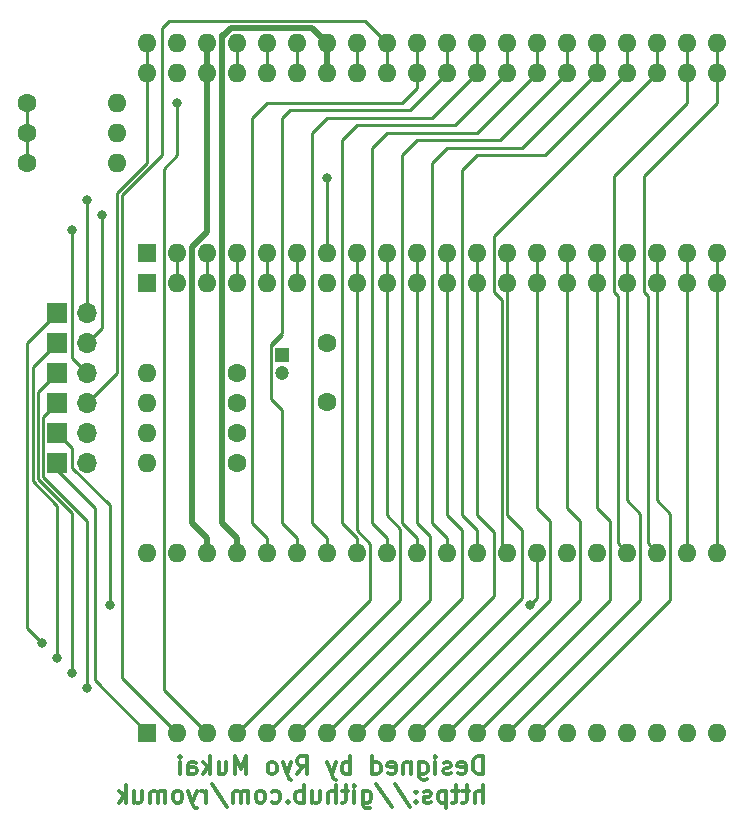
<source format=gbr>
%TF.GenerationSoftware,KiCad,Pcbnew,7.0.6*%
%TF.CreationDate,2023-07-19T17:47:29+09:00*%
%TF.ProjectId,TangNano6809MEM,54616e67-4e61-46e6-9f36-3830394d454d,rev?*%
%TF.SameCoordinates,Original*%
%TF.FileFunction,Copper,L2,Bot*%
%TF.FilePolarity,Positive*%
%FSLAX46Y46*%
G04 Gerber Fmt 4.6, Leading zero omitted, Abs format (unit mm)*
G04 Created by KiCad (PCBNEW 7.0.6) date 2023-07-19 17:47:29*
%MOMM*%
%LPD*%
G01*
G04 APERTURE LIST*
%ADD10C,0.300000*%
%TA.AperFunction,NonConductor*%
%ADD11C,0.300000*%
%TD*%
%TA.AperFunction,ComponentPad*%
%ADD12R,1.200000X1.200000*%
%TD*%
%TA.AperFunction,ComponentPad*%
%ADD13C,1.200000*%
%TD*%
%TA.AperFunction,ComponentPad*%
%ADD14R,1.700000X1.700000*%
%TD*%
%TA.AperFunction,ComponentPad*%
%ADD15O,1.700000X1.700000*%
%TD*%
%TA.AperFunction,ComponentPad*%
%ADD16C,1.600000*%
%TD*%
%TA.AperFunction,ComponentPad*%
%ADD17O,1.600000X1.600000*%
%TD*%
%TA.AperFunction,ComponentPad*%
%ADD18R,1.600000X1.600000*%
%TD*%
%TA.AperFunction,ViaPad*%
%ADD19C,0.800000*%
%TD*%
%TA.AperFunction,Conductor*%
%ADD20C,0.250000*%
%TD*%
%TA.AperFunction,Conductor*%
%ADD21C,0.500000*%
%TD*%
G04 APERTURE END LIST*
D10*
D11*
X41101489Y-69521828D02*
X41101489Y-68021828D01*
X41101489Y-68021828D02*
X40744346Y-68021828D01*
X40744346Y-68021828D02*
X40530060Y-68093257D01*
X40530060Y-68093257D02*
X40387203Y-68236114D01*
X40387203Y-68236114D02*
X40315774Y-68378971D01*
X40315774Y-68378971D02*
X40244346Y-68664685D01*
X40244346Y-68664685D02*
X40244346Y-68878971D01*
X40244346Y-68878971D02*
X40315774Y-69164685D01*
X40315774Y-69164685D02*
X40387203Y-69307542D01*
X40387203Y-69307542D02*
X40530060Y-69450400D01*
X40530060Y-69450400D02*
X40744346Y-69521828D01*
X40744346Y-69521828D02*
X41101489Y-69521828D01*
X39030060Y-69450400D02*
X39172917Y-69521828D01*
X39172917Y-69521828D02*
X39458632Y-69521828D01*
X39458632Y-69521828D02*
X39601489Y-69450400D01*
X39601489Y-69450400D02*
X39672917Y-69307542D01*
X39672917Y-69307542D02*
X39672917Y-68736114D01*
X39672917Y-68736114D02*
X39601489Y-68593257D01*
X39601489Y-68593257D02*
X39458632Y-68521828D01*
X39458632Y-68521828D02*
X39172917Y-68521828D01*
X39172917Y-68521828D02*
X39030060Y-68593257D01*
X39030060Y-68593257D02*
X38958632Y-68736114D01*
X38958632Y-68736114D02*
X38958632Y-68878971D01*
X38958632Y-68878971D02*
X39672917Y-69021828D01*
X38387203Y-69450400D02*
X38244346Y-69521828D01*
X38244346Y-69521828D02*
X37958632Y-69521828D01*
X37958632Y-69521828D02*
X37815775Y-69450400D01*
X37815775Y-69450400D02*
X37744346Y-69307542D01*
X37744346Y-69307542D02*
X37744346Y-69236114D01*
X37744346Y-69236114D02*
X37815775Y-69093257D01*
X37815775Y-69093257D02*
X37958632Y-69021828D01*
X37958632Y-69021828D02*
X38172918Y-69021828D01*
X38172918Y-69021828D02*
X38315775Y-68950400D01*
X38315775Y-68950400D02*
X38387203Y-68807542D01*
X38387203Y-68807542D02*
X38387203Y-68736114D01*
X38387203Y-68736114D02*
X38315775Y-68593257D01*
X38315775Y-68593257D02*
X38172918Y-68521828D01*
X38172918Y-68521828D02*
X37958632Y-68521828D01*
X37958632Y-68521828D02*
X37815775Y-68593257D01*
X37101489Y-69521828D02*
X37101489Y-68521828D01*
X37101489Y-68021828D02*
X37172917Y-68093257D01*
X37172917Y-68093257D02*
X37101489Y-68164685D01*
X37101489Y-68164685D02*
X37030060Y-68093257D01*
X37030060Y-68093257D02*
X37101489Y-68021828D01*
X37101489Y-68021828D02*
X37101489Y-68164685D01*
X35744346Y-68521828D02*
X35744346Y-69736114D01*
X35744346Y-69736114D02*
X35815774Y-69878971D01*
X35815774Y-69878971D02*
X35887203Y-69950400D01*
X35887203Y-69950400D02*
X36030060Y-70021828D01*
X36030060Y-70021828D02*
X36244346Y-70021828D01*
X36244346Y-70021828D02*
X36387203Y-69950400D01*
X35744346Y-69450400D02*
X35887203Y-69521828D01*
X35887203Y-69521828D02*
X36172917Y-69521828D01*
X36172917Y-69521828D02*
X36315774Y-69450400D01*
X36315774Y-69450400D02*
X36387203Y-69378971D01*
X36387203Y-69378971D02*
X36458631Y-69236114D01*
X36458631Y-69236114D02*
X36458631Y-68807542D01*
X36458631Y-68807542D02*
X36387203Y-68664685D01*
X36387203Y-68664685D02*
X36315774Y-68593257D01*
X36315774Y-68593257D02*
X36172917Y-68521828D01*
X36172917Y-68521828D02*
X35887203Y-68521828D01*
X35887203Y-68521828D02*
X35744346Y-68593257D01*
X35030060Y-68521828D02*
X35030060Y-69521828D01*
X35030060Y-68664685D02*
X34958631Y-68593257D01*
X34958631Y-68593257D02*
X34815774Y-68521828D01*
X34815774Y-68521828D02*
X34601488Y-68521828D01*
X34601488Y-68521828D02*
X34458631Y-68593257D01*
X34458631Y-68593257D02*
X34387203Y-68736114D01*
X34387203Y-68736114D02*
X34387203Y-69521828D01*
X33101488Y-69450400D02*
X33244345Y-69521828D01*
X33244345Y-69521828D02*
X33530060Y-69521828D01*
X33530060Y-69521828D02*
X33672917Y-69450400D01*
X33672917Y-69450400D02*
X33744345Y-69307542D01*
X33744345Y-69307542D02*
X33744345Y-68736114D01*
X33744345Y-68736114D02*
X33672917Y-68593257D01*
X33672917Y-68593257D02*
X33530060Y-68521828D01*
X33530060Y-68521828D02*
X33244345Y-68521828D01*
X33244345Y-68521828D02*
X33101488Y-68593257D01*
X33101488Y-68593257D02*
X33030060Y-68736114D01*
X33030060Y-68736114D02*
X33030060Y-68878971D01*
X33030060Y-68878971D02*
X33744345Y-69021828D01*
X31744346Y-69521828D02*
X31744346Y-68021828D01*
X31744346Y-69450400D02*
X31887203Y-69521828D01*
X31887203Y-69521828D02*
X32172917Y-69521828D01*
X32172917Y-69521828D02*
X32315774Y-69450400D01*
X32315774Y-69450400D02*
X32387203Y-69378971D01*
X32387203Y-69378971D02*
X32458631Y-69236114D01*
X32458631Y-69236114D02*
X32458631Y-68807542D01*
X32458631Y-68807542D02*
X32387203Y-68664685D01*
X32387203Y-68664685D02*
X32315774Y-68593257D01*
X32315774Y-68593257D02*
X32172917Y-68521828D01*
X32172917Y-68521828D02*
X31887203Y-68521828D01*
X31887203Y-68521828D02*
X31744346Y-68593257D01*
X29887203Y-69521828D02*
X29887203Y-68021828D01*
X29887203Y-68593257D02*
X29744346Y-68521828D01*
X29744346Y-68521828D02*
X29458631Y-68521828D01*
X29458631Y-68521828D02*
X29315774Y-68593257D01*
X29315774Y-68593257D02*
X29244346Y-68664685D01*
X29244346Y-68664685D02*
X29172917Y-68807542D01*
X29172917Y-68807542D02*
X29172917Y-69236114D01*
X29172917Y-69236114D02*
X29244346Y-69378971D01*
X29244346Y-69378971D02*
X29315774Y-69450400D01*
X29315774Y-69450400D02*
X29458631Y-69521828D01*
X29458631Y-69521828D02*
X29744346Y-69521828D01*
X29744346Y-69521828D02*
X29887203Y-69450400D01*
X28672917Y-68521828D02*
X28315774Y-69521828D01*
X27958631Y-68521828D02*
X28315774Y-69521828D01*
X28315774Y-69521828D02*
X28458631Y-69878971D01*
X28458631Y-69878971D02*
X28530060Y-69950400D01*
X28530060Y-69950400D02*
X28672917Y-70021828D01*
X25387203Y-69521828D02*
X25887203Y-68807542D01*
X26244346Y-69521828D02*
X26244346Y-68021828D01*
X26244346Y-68021828D02*
X25672917Y-68021828D01*
X25672917Y-68021828D02*
X25530060Y-68093257D01*
X25530060Y-68093257D02*
X25458631Y-68164685D01*
X25458631Y-68164685D02*
X25387203Y-68307542D01*
X25387203Y-68307542D02*
X25387203Y-68521828D01*
X25387203Y-68521828D02*
X25458631Y-68664685D01*
X25458631Y-68664685D02*
X25530060Y-68736114D01*
X25530060Y-68736114D02*
X25672917Y-68807542D01*
X25672917Y-68807542D02*
X26244346Y-68807542D01*
X24887203Y-68521828D02*
X24530060Y-69521828D01*
X24172917Y-68521828D02*
X24530060Y-69521828D01*
X24530060Y-69521828D02*
X24672917Y-69878971D01*
X24672917Y-69878971D02*
X24744346Y-69950400D01*
X24744346Y-69950400D02*
X24887203Y-70021828D01*
X23387203Y-69521828D02*
X23530060Y-69450400D01*
X23530060Y-69450400D02*
X23601489Y-69378971D01*
X23601489Y-69378971D02*
X23672917Y-69236114D01*
X23672917Y-69236114D02*
X23672917Y-68807542D01*
X23672917Y-68807542D02*
X23601489Y-68664685D01*
X23601489Y-68664685D02*
X23530060Y-68593257D01*
X23530060Y-68593257D02*
X23387203Y-68521828D01*
X23387203Y-68521828D02*
X23172917Y-68521828D01*
X23172917Y-68521828D02*
X23030060Y-68593257D01*
X23030060Y-68593257D02*
X22958632Y-68664685D01*
X22958632Y-68664685D02*
X22887203Y-68807542D01*
X22887203Y-68807542D02*
X22887203Y-69236114D01*
X22887203Y-69236114D02*
X22958632Y-69378971D01*
X22958632Y-69378971D02*
X23030060Y-69450400D01*
X23030060Y-69450400D02*
X23172917Y-69521828D01*
X23172917Y-69521828D02*
X23387203Y-69521828D01*
X21101489Y-69521828D02*
X21101489Y-68021828D01*
X21101489Y-68021828D02*
X20601489Y-69093257D01*
X20601489Y-69093257D02*
X20101489Y-68021828D01*
X20101489Y-68021828D02*
X20101489Y-69521828D01*
X18744346Y-68521828D02*
X18744346Y-69521828D01*
X19387203Y-68521828D02*
X19387203Y-69307542D01*
X19387203Y-69307542D02*
X19315774Y-69450400D01*
X19315774Y-69450400D02*
X19172917Y-69521828D01*
X19172917Y-69521828D02*
X18958631Y-69521828D01*
X18958631Y-69521828D02*
X18815774Y-69450400D01*
X18815774Y-69450400D02*
X18744346Y-69378971D01*
X18030060Y-69521828D02*
X18030060Y-68021828D01*
X17887203Y-68950400D02*
X17458631Y-69521828D01*
X17458631Y-68521828D02*
X18030060Y-69093257D01*
X16172917Y-69521828D02*
X16172917Y-68736114D01*
X16172917Y-68736114D02*
X16244345Y-68593257D01*
X16244345Y-68593257D02*
X16387202Y-68521828D01*
X16387202Y-68521828D02*
X16672917Y-68521828D01*
X16672917Y-68521828D02*
X16815774Y-68593257D01*
X16172917Y-69450400D02*
X16315774Y-69521828D01*
X16315774Y-69521828D02*
X16672917Y-69521828D01*
X16672917Y-69521828D02*
X16815774Y-69450400D01*
X16815774Y-69450400D02*
X16887202Y-69307542D01*
X16887202Y-69307542D02*
X16887202Y-69164685D01*
X16887202Y-69164685D02*
X16815774Y-69021828D01*
X16815774Y-69021828D02*
X16672917Y-68950400D01*
X16672917Y-68950400D02*
X16315774Y-68950400D01*
X16315774Y-68950400D02*
X16172917Y-68878971D01*
X15458631Y-69521828D02*
X15458631Y-68521828D01*
X15458631Y-68021828D02*
X15530059Y-68093257D01*
X15530059Y-68093257D02*
X15458631Y-68164685D01*
X15458631Y-68164685D02*
X15387202Y-68093257D01*
X15387202Y-68093257D02*
X15458631Y-68021828D01*
X15458631Y-68021828D02*
X15458631Y-68164685D01*
X41101489Y-71936828D02*
X41101489Y-70436828D01*
X40458632Y-71936828D02*
X40458632Y-71151114D01*
X40458632Y-71151114D02*
X40530060Y-71008257D01*
X40530060Y-71008257D02*
X40672917Y-70936828D01*
X40672917Y-70936828D02*
X40887203Y-70936828D01*
X40887203Y-70936828D02*
X41030060Y-71008257D01*
X41030060Y-71008257D02*
X41101489Y-71079685D01*
X39958631Y-70936828D02*
X39387203Y-70936828D01*
X39744346Y-70436828D02*
X39744346Y-71722542D01*
X39744346Y-71722542D02*
X39672917Y-71865400D01*
X39672917Y-71865400D02*
X39530060Y-71936828D01*
X39530060Y-71936828D02*
X39387203Y-71936828D01*
X39101488Y-70936828D02*
X38530060Y-70936828D01*
X38887203Y-70436828D02*
X38887203Y-71722542D01*
X38887203Y-71722542D02*
X38815774Y-71865400D01*
X38815774Y-71865400D02*
X38672917Y-71936828D01*
X38672917Y-71936828D02*
X38530060Y-71936828D01*
X38030060Y-70936828D02*
X38030060Y-72436828D01*
X38030060Y-71008257D02*
X37887203Y-70936828D01*
X37887203Y-70936828D02*
X37601488Y-70936828D01*
X37601488Y-70936828D02*
X37458631Y-71008257D01*
X37458631Y-71008257D02*
X37387203Y-71079685D01*
X37387203Y-71079685D02*
X37315774Y-71222542D01*
X37315774Y-71222542D02*
X37315774Y-71651114D01*
X37315774Y-71651114D02*
X37387203Y-71793971D01*
X37387203Y-71793971D02*
X37458631Y-71865400D01*
X37458631Y-71865400D02*
X37601488Y-71936828D01*
X37601488Y-71936828D02*
X37887203Y-71936828D01*
X37887203Y-71936828D02*
X38030060Y-71865400D01*
X36744345Y-71865400D02*
X36601488Y-71936828D01*
X36601488Y-71936828D02*
X36315774Y-71936828D01*
X36315774Y-71936828D02*
X36172917Y-71865400D01*
X36172917Y-71865400D02*
X36101488Y-71722542D01*
X36101488Y-71722542D02*
X36101488Y-71651114D01*
X36101488Y-71651114D02*
X36172917Y-71508257D01*
X36172917Y-71508257D02*
X36315774Y-71436828D01*
X36315774Y-71436828D02*
X36530060Y-71436828D01*
X36530060Y-71436828D02*
X36672917Y-71365400D01*
X36672917Y-71365400D02*
X36744345Y-71222542D01*
X36744345Y-71222542D02*
X36744345Y-71151114D01*
X36744345Y-71151114D02*
X36672917Y-71008257D01*
X36672917Y-71008257D02*
X36530060Y-70936828D01*
X36530060Y-70936828D02*
X36315774Y-70936828D01*
X36315774Y-70936828D02*
X36172917Y-71008257D01*
X35458631Y-71793971D02*
X35387202Y-71865400D01*
X35387202Y-71865400D02*
X35458631Y-71936828D01*
X35458631Y-71936828D02*
X35530059Y-71865400D01*
X35530059Y-71865400D02*
X35458631Y-71793971D01*
X35458631Y-71793971D02*
X35458631Y-71936828D01*
X35458631Y-71008257D02*
X35387202Y-71079685D01*
X35387202Y-71079685D02*
X35458631Y-71151114D01*
X35458631Y-71151114D02*
X35530059Y-71079685D01*
X35530059Y-71079685D02*
X35458631Y-71008257D01*
X35458631Y-71008257D02*
X35458631Y-71151114D01*
X33672916Y-70365400D02*
X34958630Y-72293971D01*
X32101487Y-70365400D02*
X33387201Y-72293971D01*
X30958630Y-70936828D02*
X30958630Y-72151114D01*
X30958630Y-72151114D02*
X31030058Y-72293971D01*
X31030058Y-72293971D02*
X31101487Y-72365400D01*
X31101487Y-72365400D02*
X31244344Y-72436828D01*
X31244344Y-72436828D02*
X31458630Y-72436828D01*
X31458630Y-72436828D02*
X31601487Y-72365400D01*
X30958630Y-71865400D02*
X31101487Y-71936828D01*
X31101487Y-71936828D02*
X31387201Y-71936828D01*
X31387201Y-71936828D02*
X31530058Y-71865400D01*
X31530058Y-71865400D02*
X31601487Y-71793971D01*
X31601487Y-71793971D02*
X31672915Y-71651114D01*
X31672915Y-71651114D02*
X31672915Y-71222542D01*
X31672915Y-71222542D02*
X31601487Y-71079685D01*
X31601487Y-71079685D02*
X31530058Y-71008257D01*
X31530058Y-71008257D02*
X31387201Y-70936828D01*
X31387201Y-70936828D02*
X31101487Y-70936828D01*
X31101487Y-70936828D02*
X30958630Y-71008257D01*
X30244344Y-71936828D02*
X30244344Y-70936828D01*
X30244344Y-70436828D02*
X30315772Y-70508257D01*
X30315772Y-70508257D02*
X30244344Y-70579685D01*
X30244344Y-70579685D02*
X30172915Y-70508257D01*
X30172915Y-70508257D02*
X30244344Y-70436828D01*
X30244344Y-70436828D02*
X30244344Y-70579685D01*
X29744343Y-70936828D02*
X29172915Y-70936828D01*
X29530058Y-70436828D02*
X29530058Y-71722542D01*
X29530058Y-71722542D02*
X29458629Y-71865400D01*
X29458629Y-71865400D02*
X29315772Y-71936828D01*
X29315772Y-71936828D02*
X29172915Y-71936828D01*
X28672915Y-71936828D02*
X28672915Y-70436828D01*
X28030058Y-71936828D02*
X28030058Y-71151114D01*
X28030058Y-71151114D02*
X28101486Y-71008257D01*
X28101486Y-71008257D02*
X28244343Y-70936828D01*
X28244343Y-70936828D02*
X28458629Y-70936828D01*
X28458629Y-70936828D02*
X28601486Y-71008257D01*
X28601486Y-71008257D02*
X28672915Y-71079685D01*
X26672915Y-70936828D02*
X26672915Y-71936828D01*
X27315772Y-70936828D02*
X27315772Y-71722542D01*
X27315772Y-71722542D02*
X27244343Y-71865400D01*
X27244343Y-71865400D02*
X27101486Y-71936828D01*
X27101486Y-71936828D02*
X26887200Y-71936828D01*
X26887200Y-71936828D02*
X26744343Y-71865400D01*
X26744343Y-71865400D02*
X26672915Y-71793971D01*
X25958629Y-71936828D02*
X25958629Y-70436828D01*
X25958629Y-71008257D02*
X25815772Y-70936828D01*
X25815772Y-70936828D02*
X25530057Y-70936828D01*
X25530057Y-70936828D02*
X25387200Y-71008257D01*
X25387200Y-71008257D02*
X25315772Y-71079685D01*
X25315772Y-71079685D02*
X25244343Y-71222542D01*
X25244343Y-71222542D02*
X25244343Y-71651114D01*
X25244343Y-71651114D02*
X25315772Y-71793971D01*
X25315772Y-71793971D02*
X25387200Y-71865400D01*
X25387200Y-71865400D02*
X25530057Y-71936828D01*
X25530057Y-71936828D02*
X25815772Y-71936828D01*
X25815772Y-71936828D02*
X25958629Y-71865400D01*
X24601486Y-71793971D02*
X24530057Y-71865400D01*
X24530057Y-71865400D02*
X24601486Y-71936828D01*
X24601486Y-71936828D02*
X24672914Y-71865400D01*
X24672914Y-71865400D02*
X24601486Y-71793971D01*
X24601486Y-71793971D02*
X24601486Y-71936828D01*
X23244343Y-71865400D02*
X23387200Y-71936828D01*
X23387200Y-71936828D02*
X23672914Y-71936828D01*
X23672914Y-71936828D02*
X23815771Y-71865400D01*
X23815771Y-71865400D02*
X23887200Y-71793971D01*
X23887200Y-71793971D02*
X23958628Y-71651114D01*
X23958628Y-71651114D02*
X23958628Y-71222542D01*
X23958628Y-71222542D02*
X23887200Y-71079685D01*
X23887200Y-71079685D02*
X23815771Y-71008257D01*
X23815771Y-71008257D02*
X23672914Y-70936828D01*
X23672914Y-70936828D02*
X23387200Y-70936828D01*
X23387200Y-70936828D02*
X23244343Y-71008257D01*
X22387200Y-71936828D02*
X22530057Y-71865400D01*
X22530057Y-71865400D02*
X22601486Y-71793971D01*
X22601486Y-71793971D02*
X22672914Y-71651114D01*
X22672914Y-71651114D02*
X22672914Y-71222542D01*
X22672914Y-71222542D02*
X22601486Y-71079685D01*
X22601486Y-71079685D02*
X22530057Y-71008257D01*
X22530057Y-71008257D02*
X22387200Y-70936828D01*
X22387200Y-70936828D02*
X22172914Y-70936828D01*
X22172914Y-70936828D02*
X22030057Y-71008257D01*
X22030057Y-71008257D02*
X21958629Y-71079685D01*
X21958629Y-71079685D02*
X21887200Y-71222542D01*
X21887200Y-71222542D02*
X21887200Y-71651114D01*
X21887200Y-71651114D02*
X21958629Y-71793971D01*
X21958629Y-71793971D02*
X22030057Y-71865400D01*
X22030057Y-71865400D02*
X22172914Y-71936828D01*
X22172914Y-71936828D02*
X22387200Y-71936828D01*
X21244343Y-71936828D02*
X21244343Y-70936828D01*
X21244343Y-71079685D02*
X21172914Y-71008257D01*
X21172914Y-71008257D02*
X21030057Y-70936828D01*
X21030057Y-70936828D02*
X20815771Y-70936828D01*
X20815771Y-70936828D02*
X20672914Y-71008257D01*
X20672914Y-71008257D02*
X20601486Y-71151114D01*
X20601486Y-71151114D02*
X20601486Y-71936828D01*
X20601486Y-71151114D02*
X20530057Y-71008257D01*
X20530057Y-71008257D02*
X20387200Y-70936828D01*
X20387200Y-70936828D02*
X20172914Y-70936828D01*
X20172914Y-70936828D02*
X20030057Y-71008257D01*
X20030057Y-71008257D02*
X19958628Y-71151114D01*
X19958628Y-71151114D02*
X19958628Y-71936828D01*
X18172914Y-70365400D02*
X19458628Y-72293971D01*
X17672914Y-71936828D02*
X17672914Y-70936828D01*
X17672914Y-71222542D02*
X17601485Y-71079685D01*
X17601485Y-71079685D02*
X17530057Y-71008257D01*
X17530057Y-71008257D02*
X17387199Y-70936828D01*
X17387199Y-70936828D02*
X17244342Y-70936828D01*
X16887200Y-70936828D02*
X16530057Y-71936828D01*
X16172914Y-70936828D02*
X16530057Y-71936828D01*
X16530057Y-71936828D02*
X16672914Y-72293971D01*
X16672914Y-72293971D02*
X16744343Y-72365400D01*
X16744343Y-72365400D02*
X16887200Y-72436828D01*
X15387200Y-71936828D02*
X15530057Y-71865400D01*
X15530057Y-71865400D02*
X15601486Y-71793971D01*
X15601486Y-71793971D02*
X15672914Y-71651114D01*
X15672914Y-71651114D02*
X15672914Y-71222542D01*
X15672914Y-71222542D02*
X15601486Y-71079685D01*
X15601486Y-71079685D02*
X15530057Y-71008257D01*
X15530057Y-71008257D02*
X15387200Y-70936828D01*
X15387200Y-70936828D02*
X15172914Y-70936828D01*
X15172914Y-70936828D02*
X15030057Y-71008257D01*
X15030057Y-71008257D02*
X14958629Y-71079685D01*
X14958629Y-71079685D02*
X14887200Y-71222542D01*
X14887200Y-71222542D02*
X14887200Y-71651114D01*
X14887200Y-71651114D02*
X14958629Y-71793971D01*
X14958629Y-71793971D02*
X15030057Y-71865400D01*
X15030057Y-71865400D02*
X15172914Y-71936828D01*
X15172914Y-71936828D02*
X15387200Y-71936828D01*
X14244343Y-71936828D02*
X14244343Y-70936828D01*
X14244343Y-71079685D02*
X14172914Y-71008257D01*
X14172914Y-71008257D02*
X14030057Y-70936828D01*
X14030057Y-70936828D02*
X13815771Y-70936828D01*
X13815771Y-70936828D02*
X13672914Y-71008257D01*
X13672914Y-71008257D02*
X13601486Y-71151114D01*
X13601486Y-71151114D02*
X13601486Y-71936828D01*
X13601486Y-71151114D02*
X13530057Y-71008257D01*
X13530057Y-71008257D02*
X13387200Y-70936828D01*
X13387200Y-70936828D02*
X13172914Y-70936828D01*
X13172914Y-70936828D02*
X13030057Y-71008257D01*
X13030057Y-71008257D02*
X12958628Y-71151114D01*
X12958628Y-71151114D02*
X12958628Y-71936828D01*
X11601486Y-70936828D02*
X11601486Y-71936828D01*
X12244343Y-70936828D02*
X12244343Y-71722542D01*
X12244343Y-71722542D02*
X12172914Y-71865400D01*
X12172914Y-71865400D02*
X12030057Y-71936828D01*
X12030057Y-71936828D02*
X11815771Y-71936828D01*
X11815771Y-71936828D02*
X11672914Y-71865400D01*
X11672914Y-71865400D02*
X11601486Y-71793971D01*
X10887200Y-71936828D02*
X10887200Y-70436828D01*
X10744343Y-71365400D02*
X10315771Y-71936828D01*
X10315771Y-70936828D02*
X10887200Y-71508257D01*
D12*
%TO.P,C2,1*%
%TO.N,VCC*%
X24130000Y-34060000D03*
D13*
%TO.P,C2,2*%
%TO.N,GND*%
X24130000Y-35560000D03*
%TD*%
D14*
%TO.P,J3,1,Pin_1*%
%TO.N,DBG*%
X5080000Y-43180000D03*
D15*
%TO.P,J3,2,Pin_2*%
%TO.N,GND*%
X7620000Y-43180000D03*
%TD*%
D16*
%TO.P,R3,1*%
%TO.N,VCC*%
X20320000Y-38100000D03*
D17*
%TO.P,R3,2*%
%TO.N,IRQ_n*%
X12700000Y-38100000D03*
%TD*%
D18*
%TO.P,J1,1,Pin_1*%
%TO.N,DBG*%
X12700000Y-66040000D03*
D17*
%TO.P,J1,2,Pin_2*%
%TO.N,RW_n*%
X15240000Y-66040000D03*
%TO.P,J1,3,Pin_3*%
%TO.N,RESET_n*%
X17780000Y-66040000D03*
%TO.P,J1,4,Pin_4*%
%TO.N,A0*%
X20320000Y-66040000D03*
%TO.P,J1,5,Pin_5*%
%TO.N,A1*%
X22860000Y-66040000D03*
%TO.P,J1,6,Pin_6*%
%TO.N,A2*%
X25400000Y-66040000D03*
%TO.P,J1,7,Pin_7*%
%TO.N,A3*%
X27940000Y-66040000D03*
%TO.P,J1,8,Pin_8*%
%TO.N,A4*%
X30480000Y-66040000D03*
%TO.P,J1,9,Pin_9*%
%TO.N,A5*%
X33020000Y-66040000D03*
%TO.P,J1,10,Pin_10*%
%TO.N,A6*%
X35560000Y-66040000D03*
%TO.P,J1,11,Pin_11*%
%TO.N,A7*%
X38100000Y-66040000D03*
%TO.P,J1,12,Pin_12*%
%TO.N,A8*%
X40640000Y-66040000D03*
%TO.P,J1,13,Pin_13*%
%TO.N,A9*%
X43180000Y-66040000D03*
%TO.P,J1,14,Pin_14*%
%TO.N,A10*%
X45720000Y-66040000D03*
%TO.P,J1,15,Pin_15*%
%TO.N,PIN17*%
X48260000Y-66040000D03*
%TO.P,J1,16,Pin_16*%
%TO.N,PIN20*%
X50800000Y-66040000D03*
%TO.P,J1,17,Pin_17*%
%TO.N,PIN19*%
X53340000Y-66040000D03*
%TO.P,J1,18,Pin_18*%
%TO.N,PIN18*%
X55880000Y-66040000D03*
%TO.P,J1,19,Pin_19*%
%TO.N,unconnected-(J1-Pin_19-Pad19)*%
X58420000Y-66040000D03*
%TO.P,J1,20,Pin_20*%
%TO.N,GND*%
X60960000Y-66040000D03*
%TO.P,J1,21,Pin_21*%
%TO.N,A12*%
X60960000Y-50800000D03*
%TO.P,J1,22,Pin_22*%
%TO.N,A11*%
X58420000Y-50800000D03*
%TO.P,J1,23,Pin_23*%
%TO.N,A13*%
X55880000Y-50800000D03*
%TO.P,J1,24,Pin_24*%
%TO.N,A14*%
X53340000Y-50800000D03*
%TO.P,J1,25,Pin_25*%
%TO.N,unconnected-(J1-Pin_25-Pad25)*%
X50800000Y-50800000D03*
%TO.P,J1,26,Pin_26*%
%TO.N,GND*%
X48260000Y-50800000D03*
%TO.P,J1,27,Pin_27*%
%TO.N,LED_RGB*%
X45720000Y-50800000D03*
%TO.P,J1,28,Pin_28*%
%TO.N,A15*%
X43180000Y-50800000D03*
%TO.P,J1,29,Pin_29*%
%TO.N,D7*%
X40640000Y-50800000D03*
%TO.P,J1,30,Pin_30*%
%TO.N,D6*%
X38100000Y-50800000D03*
%TO.P,J1,31,Pin_31*%
%TO.N,D5*%
X35560000Y-50800000D03*
%TO.P,J1,32,Pin_32*%
%TO.N,D4*%
X33020000Y-50800000D03*
%TO.P,J1,33,Pin_33*%
%TO.N,D3*%
X30480000Y-50800000D03*
%TO.P,J1,34,Pin_34*%
%TO.N,D2*%
X27940000Y-50800000D03*
%TO.P,J1,35,Pin_35*%
%TO.N,D1*%
X25400000Y-50800000D03*
%TO.P,J1,36,Pin_36*%
%TO.N,D0*%
X22860000Y-50800000D03*
%TO.P,J1,37,Pin_37*%
%TO.N,E*%
X20320000Y-50800000D03*
%TO.P,J1,38,Pin_38*%
%TO.N,CLK*%
X17780000Y-50800000D03*
%TO.P,J1,39,Pin_39*%
%TO.N,GND*%
X15240000Y-50800000D03*
%TO.P,J1,40,Pin_40*%
%TO.N,VCC*%
X12700000Y-50800000D03*
%TD*%
D16*
%TO.P,R1,1*%
%TO.N,VCC*%
X2540000Y-12700000D03*
D17*
%TO.P,R1,2*%
%TO.N,RESET_n*%
X10160000Y-12700000D03*
%TD*%
D14*
%TO.P,J8,1,Pin_1*%
%TO.N,LED_RGB*%
X5080000Y-40640000D03*
D15*
%TO.P,J8,2,Pin_2*%
%TO.N,GND*%
X7620000Y-40640000D03*
%TD*%
D16*
%TO.P,R4,1*%
%TO.N,VCC*%
X20320000Y-35560000D03*
D17*
%TO.P,R4,2*%
%TO.N,FIRQ_n*%
X12700000Y-35560000D03*
%TD*%
D16*
%TO.P,R2,1*%
%TO.N,VCC*%
X20320000Y-40640000D03*
D17*
%TO.P,R2,2*%
%TO.N,NMI_n*%
X12700000Y-40640000D03*
%TD*%
D16*
%TO.P,R7,1*%
%TO.N,VCC*%
X2540000Y-15240000D03*
D17*
%TO.P,R7,2*%
%TO.N,MRDY*%
X10160000Y-15240000D03*
%TD*%
D14*
%TO.P,J4,1,Pin_1*%
%TO.N,PIN17*%
X5080000Y-38100000D03*
D15*
%TO.P,J4,2,Pin_2*%
%TO.N,HALT_n*%
X7620000Y-38100000D03*
%TD*%
D14*
%TO.P,J5,1,Pin_1*%
%TO.N,PIN20*%
X5080000Y-35560000D03*
D15*
%TO.P,J5,2,Pin_2*%
%TO.N,NMI_n*%
X7620000Y-35560000D03*
%TD*%
D16*
%TO.P,R5,1*%
%TO.N,VCC*%
X2540000Y-17780000D03*
D17*
%TO.P,R5,2*%
%TO.N,DMA_BREQ_n*%
X10160000Y-17780000D03*
%TD*%
D16*
%TO.P,C1,1*%
%TO.N,VCC*%
X27940000Y-33020000D03*
%TO.P,C1,2*%
%TO.N,GND*%
X27940000Y-38020000D03*
%TD*%
D18*
%TO.P,U1,1,VSS*%
%TO.N,GND*%
X12700000Y-25400000D03*
D17*
%TO.P,U1,2,~{NMI}*%
%TO.N,NMI_n*%
X15240000Y-25400000D03*
%TO.P,U1,3,~{IRQ}*%
%TO.N,IRQ_n*%
X17780000Y-25400000D03*
%TO.P,U1,4,~{FIRQ}*%
%TO.N,FIRQ_n*%
X20320000Y-25400000D03*
%TO.P,U1,5,BS*%
%TO.N,BS*%
X22860000Y-25400000D03*
%TO.P,U1,6,BA*%
%TO.N,BA*%
X25400000Y-25400000D03*
%TO.P,U1,7,VCC*%
%TO.N,VCC*%
X27940000Y-25400000D03*
%TO.P,U1,8,A0*%
%TO.N,A0*%
X30480000Y-25400000D03*
%TO.P,U1,9,A1*%
%TO.N,A1*%
X33020000Y-25400000D03*
%TO.P,U1,10,A2*%
%TO.N,A2*%
X35560000Y-25400000D03*
%TO.P,U1,11,A3*%
%TO.N,A3*%
X38100000Y-25400000D03*
%TO.P,U1,12,A4*%
%TO.N,A4*%
X40640000Y-25400000D03*
%TO.P,U1,13,A5*%
%TO.N,A5*%
X43180000Y-25400000D03*
%TO.P,U1,14,A6*%
%TO.N,A6*%
X45720000Y-25400000D03*
%TO.P,U1,15,A7*%
%TO.N,A7*%
X48260000Y-25400000D03*
%TO.P,U1,16,A8*%
%TO.N,A8*%
X50800000Y-25400000D03*
%TO.P,U1,17,A9*%
%TO.N,A9*%
X53340000Y-25400000D03*
%TO.P,U1,18,A10*%
%TO.N,A10*%
X55880000Y-25400000D03*
%TO.P,U1,19,A11*%
%TO.N,A11*%
X58420000Y-25400000D03*
%TO.P,U1,20,A12*%
%TO.N,A12*%
X60960000Y-25400000D03*
%TO.P,U1,21,A13*%
%TO.N,A13*%
X60960000Y-10160000D03*
%TO.P,U1,22,A14*%
%TO.N,A14*%
X58420000Y-10160000D03*
%TO.P,U1,23,A15*%
%TO.N,A15*%
X55880000Y-10160000D03*
%TO.P,U1,24,D7*%
%TO.N,D7*%
X53340000Y-10160000D03*
%TO.P,U1,25,D6*%
%TO.N,D6*%
X50800000Y-10160000D03*
%TO.P,U1,26,D5*%
%TO.N,D5*%
X48260000Y-10160000D03*
%TO.P,U1,27,D4*%
%TO.N,D4*%
X45720000Y-10160000D03*
%TO.P,U1,28,D3*%
%TO.N,D3*%
X43180000Y-10160000D03*
%TO.P,U1,29,D2*%
%TO.N,D2*%
X40640000Y-10160000D03*
%TO.P,U1,30,D1*%
%TO.N,D1*%
X38100000Y-10160000D03*
%TO.P,U1,31,D0*%
%TO.N,D0*%
X35560000Y-10160000D03*
%TO.P,U1,32,R/~{W}*%
%TO.N,RW_n*%
X33020000Y-10160000D03*
%TO.P,U1,33,~{DMA/BREQ}*%
%TO.N,DMA_BREQ_n*%
X30480000Y-10160000D03*
%TO.P,U1,34,E*%
%TO.N,E*%
X27940000Y-10160000D03*
%TO.P,U1,35,Q*%
%TO.N,Q*%
X25400000Y-10160000D03*
%TO.P,U1,36,MRDY*%
%TO.N,MRDY*%
X22860000Y-10160000D03*
%TO.P,U1,37,~{RESET}*%
%TO.N,RESET_n*%
X20320000Y-10160000D03*
%TO.P,U1,38,EXTAL*%
%TO.N,CLK*%
X17780000Y-10160000D03*
%TO.P,U1,39,XTAL*%
%TO.N,GND*%
X15240000Y-10160000D03*
%TO.P,U1,40,~{HALT}*%
%TO.N,HALT_n*%
X12700000Y-10160000D03*
%TD*%
D18*
%TO.P,J2,1,Pin_1*%
%TO.N,GND*%
X12700000Y-27940000D03*
D17*
%TO.P,J2,2,Pin_2*%
%TO.N,NMI_n*%
X15240000Y-27940000D03*
%TO.P,J2,3,Pin_3*%
%TO.N,IRQ_n*%
X17780000Y-27940000D03*
%TO.P,J2,4,Pin_4*%
%TO.N,FIRQ_n*%
X20320000Y-27940000D03*
%TO.P,J2,5,Pin_5*%
%TO.N,BS*%
X22860000Y-27940000D03*
%TO.P,J2,6,Pin_6*%
%TO.N,BA*%
X25400000Y-27940000D03*
%TO.P,J2,7,Pin_7*%
%TO.N,VCC*%
X27940000Y-27940000D03*
%TO.P,J2,8,Pin_8*%
%TO.N,A0*%
X30480000Y-27940000D03*
%TO.P,J2,9,Pin_9*%
%TO.N,A1*%
X33020000Y-27940000D03*
%TO.P,J2,10,Pin_10*%
%TO.N,A2*%
X35560000Y-27940000D03*
%TO.P,J2,11,Pin_11*%
%TO.N,A3*%
X38100000Y-27940000D03*
%TO.P,J2,12,Pin_12*%
%TO.N,A4*%
X40640000Y-27940000D03*
%TO.P,J2,13,Pin_13*%
%TO.N,A5*%
X43180000Y-27940000D03*
%TO.P,J2,14,Pin_14*%
%TO.N,A6*%
X45720000Y-27940000D03*
%TO.P,J2,15,Pin_15*%
%TO.N,A7*%
X48260000Y-27940000D03*
%TO.P,J2,16,Pin_16*%
%TO.N,A8*%
X50800000Y-27940000D03*
%TO.P,J2,17,Pin_17*%
%TO.N,A9*%
X53340000Y-27940000D03*
%TO.P,J2,18,Pin_18*%
%TO.N,A10*%
X55880000Y-27940000D03*
%TO.P,J2,19,Pin_19*%
%TO.N,A11*%
X58420000Y-27940000D03*
%TO.P,J2,20,Pin_20*%
%TO.N,A12*%
X60960000Y-27940000D03*
%TO.P,J2,21,Pin_21*%
%TO.N,A13*%
X60960000Y-7620000D03*
%TO.P,J2,22,Pin_22*%
%TO.N,A14*%
X58420000Y-7620000D03*
%TO.P,J2,23,Pin_23*%
%TO.N,A15*%
X55880000Y-7620000D03*
%TO.P,J2,24,Pin_24*%
%TO.N,D7*%
X53340000Y-7620000D03*
%TO.P,J2,25,Pin_25*%
%TO.N,D6*%
X50800000Y-7620000D03*
%TO.P,J2,26,Pin_26*%
%TO.N,D5*%
X48260000Y-7620000D03*
%TO.P,J2,27,Pin_27*%
%TO.N,D4*%
X45720000Y-7620000D03*
%TO.P,J2,28,Pin_28*%
%TO.N,D3*%
X43180000Y-7620000D03*
%TO.P,J2,29,Pin_29*%
%TO.N,D2*%
X40640000Y-7620000D03*
%TO.P,J2,30,Pin_30*%
%TO.N,D1*%
X38100000Y-7620000D03*
%TO.P,J2,31,Pin_31*%
%TO.N,D0*%
X35560000Y-7620000D03*
%TO.P,J2,32,Pin_32*%
%TO.N,RW_n*%
X33020000Y-7620000D03*
%TO.P,J2,33,Pin_33*%
%TO.N,DMA_BREQ_n*%
X30480000Y-7620000D03*
%TO.P,J2,34,Pin_34*%
%TO.N,E*%
X27940000Y-7620000D03*
%TO.P,J2,35,Pin_35*%
%TO.N,Q*%
X25400000Y-7620000D03*
%TO.P,J2,36,Pin_36*%
%TO.N,MRDY*%
X22860000Y-7620000D03*
%TO.P,J2,37,Pin_37*%
%TO.N,RESET_n*%
X20320000Y-7620000D03*
%TO.P,J2,38,Pin_38*%
%TO.N,CLK*%
X17780000Y-7620000D03*
%TO.P,J2,39,Pin_39*%
%TO.N,GND*%
X15240000Y-7620000D03*
%TO.P,J2,40,Pin_40*%
%TO.N,HALT_n*%
X12700000Y-7620000D03*
%TD*%
D14*
%TO.P,J7,1,Pin_1*%
%TO.N,PIN18*%
X5080000Y-30480000D03*
D15*
%TO.P,J7,2,Pin_2*%
%TO.N,FIRQ_n*%
X7620000Y-30480000D03*
%TD*%
D16*
%TO.P,R6,1*%
%TO.N,VCC*%
X20320000Y-43180000D03*
D17*
%TO.P,R6,2*%
%TO.N,HALT_n*%
X12700000Y-43180000D03*
%TD*%
D14*
%TO.P,J6,1,Pin_1*%
%TO.N,PIN19*%
X5080000Y-33020000D03*
D15*
%TO.P,J6,2,Pin_2*%
%TO.N,IRQ_n*%
X7620000Y-33020000D03*
%TD*%
D19*
%TO.N,RESET_n*%
X15240000Y-12700000D03*
%TO.N,PIN20*%
X6350000Y-60960000D03*
%TO.N,PIN19*%
X5080000Y-59690000D03*
%TO.N,PIN17*%
X7620000Y-62230000D03*
%TO.N,PIN18*%
X3810000Y-58420000D03*
%TO.N,LED_RGB*%
X9525000Y-55245000D03*
X45085000Y-55245000D03*
%TO.N,NMI_n*%
X6350000Y-23495000D03*
%TO.N,VCC*%
X27940000Y-19050000D03*
%TO.N,IRQ_n*%
X8890000Y-22225000D03*
%TO.N,FIRQ_n*%
X7620000Y-20955000D03*
%TD*%
D20*
%TO.N,A8*%
X50800000Y-25400000D02*
X50800000Y-27940000D01*
X50800000Y-46990000D02*
X50800000Y-27940000D01*
X40640000Y-66040000D02*
X51925000Y-54755000D01*
X51925000Y-48115000D02*
X50800000Y-46990000D01*
X51925000Y-54755000D02*
X51925000Y-48115000D01*
%TO.N,A9*%
X43180000Y-66040000D02*
X54465000Y-54755000D01*
X53340000Y-27940000D02*
X53340000Y-25400000D01*
X53340000Y-46355000D02*
X53340000Y-27940000D01*
X54465000Y-54755000D02*
X54465000Y-47480000D01*
X54465000Y-47480000D02*
X53340000Y-46355000D01*
%TO.N,RESET_n*%
X17780000Y-66040000D02*
X14115000Y-62375000D01*
X14115000Y-62375000D02*
X14115000Y-18270000D01*
X14115000Y-18270000D02*
X15240000Y-17145000D01*
X15240000Y-17145000D02*
X15240000Y-12700000D01*
X20320000Y-7620000D02*
X20320000Y-10160000D01*
%TO.N,DBG*%
X8255000Y-61595000D02*
X8255000Y-46990000D01*
X12700000Y-66040000D02*
X8255000Y-61595000D01*
X5080000Y-43815000D02*
X5080000Y-43180000D01*
X8255000Y-46990000D02*
X5080000Y-43815000D01*
%TO.N,D4*%
X45720000Y-7620000D02*
X45720000Y-10160000D01*
X33020000Y-49530000D02*
X31750000Y-48260000D01*
X45720000Y-10160000D02*
X40640000Y-15240000D01*
X31750000Y-48260000D02*
X31750000Y-16510000D01*
X40640000Y-15240000D02*
X33020000Y-15240000D01*
X33020000Y-50800000D02*
X33020000Y-49530000D01*
X33020000Y-15240000D02*
X31750000Y-16510000D01*
%TO.N,A10*%
X55880000Y-25400000D02*
X55880000Y-27940000D01*
X57005000Y-47480000D02*
X55880000Y-46355000D01*
X57005000Y-54755000D02*
X57005000Y-47480000D01*
X55880000Y-46355000D02*
X55880000Y-27940000D01*
X45720000Y-66040000D02*
X57005000Y-54755000D01*
%TO.N,A11*%
X58420000Y-27940000D02*
X58420000Y-25400000D01*
X58420000Y-50800000D02*
X58420000Y-27940000D01*
%TO.N,D3*%
X29230001Y-15895001D02*
X29210000Y-15875000D01*
X43180000Y-7620000D02*
X43180000Y-10160000D01*
X30480000Y-14605000D02*
X29210000Y-15875000D01*
X29210000Y-48260000D02*
X29230001Y-48239999D01*
X29230001Y-48239999D02*
X29230001Y-15895001D01*
X30480000Y-50800000D02*
X30480000Y-49530000D01*
X43180000Y-10160000D02*
X38735000Y-14605000D01*
X38735000Y-14605000D02*
X30480000Y-14605000D01*
X30480000Y-49530000D02*
X29210000Y-48260000D01*
%TO.N,D5*%
X35560000Y-15875000D02*
X34290000Y-17145000D01*
X48260000Y-10160000D02*
X42545000Y-15875000D01*
X42545000Y-15875000D02*
X35560000Y-15875000D01*
X35560000Y-49530000D02*
X34290000Y-48260000D01*
X35560000Y-50800000D02*
X35560000Y-49530000D01*
X34290000Y-48260000D02*
X34290000Y-17145000D01*
X48260000Y-7620000D02*
X48260000Y-10160000D01*
%TO.N,D6*%
X38100000Y-49530000D02*
X36830000Y-48260000D01*
X36830000Y-48260000D02*
X36830000Y-17780000D01*
X50800000Y-10160000D02*
X44450000Y-16510000D01*
X38100000Y-50800000D02*
X38100000Y-49530000D01*
X50800000Y-7620000D02*
X50800000Y-10160000D01*
X44450000Y-16510000D02*
X38100000Y-16510000D01*
X38100000Y-16510000D02*
X36830000Y-17780000D01*
%TO.N,D2*%
X26670000Y-48260000D02*
X26670000Y-15240000D01*
X40640000Y-7620000D02*
X40640000Y-10160000D01*
X40640000Y-10160000D02*
X36830000Y-13970000D01*
X27940000Y-13970000D02*
X26670000Y-15240000D01*
X36830000Y-13970000D02*
X27940000Y-13970000D01*
X27940000Y-49530000D02*
X26670000Y-48260000D01*
X27940000Y-50800000D02*
X27940000Y-49530000D01*
%TO.N,D7*%
X39370000Y-18415000D02*
X39370000Y-47625000D01*
X46355000Y-17145000D02*
X40640000Y-17145000D01*
X53340000Y-10160000D02*
X46355000Y-17145000D01*
X53340000Y-7620000D02*
X53340000Y-10160000D01*
X40640000Y-48895000D02*
X40640000Y-50800000D01*
X40640000Y-17145000D02*
X39370000Y-18415000D01*
X39370000Y-47625000D02*
X40640000Y-48895000D01*
%TO.N,D0*%
X21590000Y-13970000D02*
X22860000Y-12700000D01*
X21590000Y-48260000D02*
X21590000Y-13970000D01*
X22860000Y-49530000D02*
X21590000Y-48260000D01*
X35560000Y-7620000D02*
X35560000Y-10160000D01*
X35560000Y-11430000D02*
X34290000Y-12700000D01*
X34290000Y-12700000D02*
X22860000Y-12700000D01*
X22860000Y-50800000D02*
X22860000Y-49530000D01*
X35560000Y-10160000D02*
X35560000Y-11430000D01*
%TO.N,D1*%
X24130000Y-32210000D02*
X23205000Y-33135000D01*
X23205000Y-37810000D02*
X24130000Y-38735000D01*
X23205000Y-33135000D02*
X23205000Y-37810000D01*
X38100000Y-7620000D02*
X38100000Y-10160000D01*
X24130000Y-48260000D02*
X25400000Y-49530000D01*
X23205000Y-33310000D02*
X24130000Y-32385000D01*
X24130000Y-13970000D02*
X24130000Y-32210000D01*
X25400000Y-50800000D02*
X25400000Y-49530000D01*
X38100000Y-10160000D02*
X34925000Y-13335000D01*
X24130000Y-38735000D02*
X24130000Y-48260000D01*
X34925000Y-13335000D02*
X24765000Y-13335000D01*
X24765000Y-13335000D02*
X24130000Y-13970000D01*
%TO.N,A12*%
X60960000Y-25400000D02*
X60960000Y-27940000D01*
X60960000Y-50800000D02*
X60960000Y-27940000D01*
%TO.N,A13*%
X60960000Y-12700000D02*
X60960000Y-10160000D01*
X54755000Y-18905000D02*
X60960000Y-12700000D01*
X55080001Y-29045001D02*
X54755000Y-28720000D01*
X60960000Y-7620000D02*
X60960000Y-10160000D01*
X54755000Y-28720000D02*
X54755000Y-18905000D01*
X55080001Y-50000001D02*
X55080001Y-29045001D01*
X55880000Y-50800000D02*
X55080001Y-50000001D01*
%TO.N,A14*%
X52215000Y-28720000D02*
X52215000Y-18905000D01*
X52215000Y-18905000D02*
X58420000Y-12700000D01*
X58420000Y-7620000D02*
X58420000Y-10160000D01*
X52540001Y-50000001D02*
X52540001Y-29045001D01*
X52540001Y-29045001D02*
X52215000Y-28720000D01*
X58420000Y-12700000D02*
X58420000Y-10160000D01*
X53340000Y-50800000D02*
X52540001Y-50000001D01*
%TO.N,A15*%
X42055000Y-23985000D02*
X55880000Y-10160000D01*
X43180000Y-50800000D02*
X42730000Y-50350000D01*
X55880000Y-7620000D02*
X55880000Y-10160000D01*
X42730000Y-50350000D02*
X42730000Y-29395000D01*
X42055000Y-28720000D02*
X42055000Y-23985000D01*
X42730000Y-29395000D02*
X42055000Y-28720000D01*
D21*
%TO.N,CLK*%
X16510000Y-24902233D02*
X16510000Y-48260000D01*
X17780000Y-23632233D02*
X16510000Y-24902233D01*
X17780000Y-49530000D02*
X17780000Y-50800000D01*
X17780000Y-7620000D02*
X17780000Y-10160000D01*
X16510000Y-48260000D02*
X17780000Y-49530000D01*
X17780000Y-10160000D02*
X17780000Y-23632233D01*
D20*
%TO.N,RW_n*%
X10610000Y-20506396D02*
X13970000Y-17146396D01*
X31175000Y-5775000D02*
X14545000Y-5775000D01*
X13970000Y-17146396D02*
X13970000Y-6350000D01*
X33020000Y-7620000D02*
X31175000Y-5775000D01*
X33020000Y-7620000D02*
X33020000Y-10160000D01*
X10610000Y-61410000D02*
X10610000Y-20506396D01*
X15240000Y-66040000D02*
X10610000Y-61410000D01*
X13970000Y-6350000D02*
X14545000Y-5775000D01*
%TO.N,PIN20*%
X3455000Y-44541396D02*
X3455000Y-37185000D01*
X6350000Y-60960000D02*
X6350000Y-47436396D01*
X6350000Y-47436396D02*
X3455000Y-44541396D01*
X3455000Y-37185000D02*
X5080000Y-35560000D01*
%TO.N,PIN19*%
X3005000Y-35095000D02*
X5080000Y-33020000D01*
X5080000Y-59690000D02*
X5080000Y-46802792D01*
X5080000Y-46802792D02*
X3005000Y-44727792D01*
X3005000Y-44727792D02*
X3005000Y-35095000D01*
%TO.N,PIN17*%
X7620000Y-48070000D02*
X3905000Y-44355000D01*
X3905000Y-44355000D02*
X3905000Y-39275000D01*
X7620000Y-62230000D02*
X7620000Y-48070000D01*
X3905000Y-39275000D02*
X5080000Y-38100000D01*
%TO.N,PIN18*%
X2555000Y-57165000D02*
X2555000Y-33005000D01*
X2555000Y-33005000D02*
X5080000Y-30480000D01*
X3810000Y-58420000D02*
X2555000Y-57165000D01*
%TO.N,A7*%
X48260000Y-46990000D02*
X48260000Y-27940000D01*
X48260000Y-27940000D02*
X48260000Y-25400000D01*
X38100000Y-66040000D02*
X49385000Y-54755000D01*
X49385000Y-54755000D02*
X49385000Y-48115000D01*
X49385000Y-48115000D02*
X48260000Y-46990000D01*
%TO.N,A6*%
X46845000Y-48115000D02*
X45720000Y-46990000D01*
X45720000Y-46990000D02*
X45720000Y-27940000D01*
X46845000Y-54755000D02*
X46845000Y-48115000D01*
X45720000Y-27940000D02*
X45720000Y-25400000D01*
X35560000Y-66040000D02*
X46845000Y-54755000D01*
%TO.N,A5*%
X43180000Y-27940000D02*
X43180000Y-25400000D01*
X33020000Y-66040000D02*
X44450000Y-54610000D01*
X44450000Y-48895000D02*
X43180000Y-47625000D01*
X44450000Y-54610000D02*
X44450000Y-48895000D01*
X43180000Y-47625000D02*
X43180000Y-27940000D01*
%TO.N,A4*%
X40640000Y-27940000D02*
X40640000Y-25400000D01*
X42055000Y-49040000D02*
X40640000Y-47625000D01*
X42055000Y-54465000D02*
X42055000Y-49040000D01*
X40640000Y-47625000D02*
X40640000Y-27940000D01*
X30480000Y-66040000D02*
X42055000Y-54465000D01*
%TO.N,LED_RGB*%
X6350000Y-41910000D02*
X5080000Y-40640000D01*
X6350000Y-43571701D02*
X6350000Y-41910000D01*
X45720000Y-50800000D02*
X45720000Y-54610000D01*
X9525000Y-55245000D02*
X9525000Y-46746701D01*
X9525000Y-46746701D02*
X6350000Y-43571701D01*
X45720000Y-54610000D02*
X45085000Y-55245000D01*
%TO.N,A3*%
X39370000Y-54610000D02*
X39370000Y-48896396D01*
X38100000Y-47626396D02*
X38100000Y-27940000D01*
X27940000Y-66040000D02*
X39370000Y-54610000D01*
X38100000Y-27940000D02*
X38100000Y-25400000D01*
X39370000Y-48896396D02*
X38100000Y-47626396D01*
%TO.N,A2*%
X25400000Y-66040000D02*
X36685000Y-54755000D01*
X36685000Y-54755000D02*
X36685000Y-49385000D01*
X35560000Y-27940000D02*
X35560000Y-25400000D01*
X36685000Y-49385000D02*
X35560000Y-48260000D01*
X35560000Y-48260000D02*
X35560000Y-27940000D01*
%TO.N,A1*%
X22860000Y-66040000D02*
X34145000Y-54755000D01*
X34145000Y-48751396D02*
X33020000Y-47626396D01*
X33020000Y-27940000D02*
X33020000Y-25400000D01*
X34145000Y-54755000D02*
X34145000Y-48751396D01*
X33020000Y-47626396D02*
X33020000Y-27940000D01*
%TO.N,A0*%
X31605000Y-50018604D02*
X30480000Y-48893604D01*
X30480000Y-27940000D02*
X30480000Y-25400000D01*
X20320000Y-66040000D02*
X31605000Y-54755000D01*
X30480000Y-48893604D02*
X30480000Y-27940000D01*
X31605000Y-54755000D02*
X31605000Y-50018604D01*
D21*
%TO.N,E*%
X19822233Y-6350000D02*
X26670000Y-6350000D01*
X20320000Y-49530000D02*
X19050000Y-48260000D01*
X20320000Y-50800000D02*
X20320000Y-49530000D01*
X27940000Y-7620000D02*
X27940000Y-10160000D01*
X26670000Y-6350000D02*
X27940000Y-7620000D01*
X19050000Y-7122233D02*
X19822233Y-6350000D01*
X19050000Y-48260000D02*
X19050000Y-6985000D01*
D20*
%TO.N,NMI_n*%
X6350000Y-23495000D02*
X6350000Y-34290000D01*
X6350000Y-34290000D02*
X7620000Y-35560000D01*
X15240000Y-27940000D02*
X15240000Y-25400000D01*
%TO.N,HALT_n*%
X10160000Y-20320000D02*
X10160000Y-35560000D01*
X12700000Y-10160000D02*
X12700000Y-17780000D01*
X10160000Y-35560000D02*
X7620000Y-38100000D01*
X12700000Y-17780000D02*
X10160000Y-20320000D01*
X12700000Y-10160000D02*
X12700000Y-7620000D01*
%TO.N,VCC*%
X27940000Y-19050000D02*
X27940000Y-25400000D01*
X2540000Y-12700000D02*
X2540000Y-17780000D01*
%TO.N,IRQ_n*%
X8890000Y-22225000D02*
X8890000Y-31750000D01*
X17780000Y-27940000D02*
X17780000Y-25400000D01*
X8890000Y-31750000D02*
X7620000Y-33020000D01*
%TO.N,FIRQ_n*%
X7620000Y-20955000D02*
X7620000Y-30480000D01*
X20320000Y-27940000D02*
X20320000Y-25400000D01*
%TO.N,BS*%
X22860000Y-27940000D02*
X22860000Y-25400000D01*
%TO.N,BA*%
X25400000Y-27940000D02*
X25400000Y-25400000D01*
%TO.N,DMA_BREQ_n*%
X30480000Y-7620000D02*
X30480000Y-10160000D01*
%TO.N,Q*%
X25400000Y-7620000D02*
X25400000Y-10160000D01*
%TO.N,MRDY*%
X22860000Y-7620000D02*
X22860000Y-10160000D01*
%TD*%
M02*

</source>
